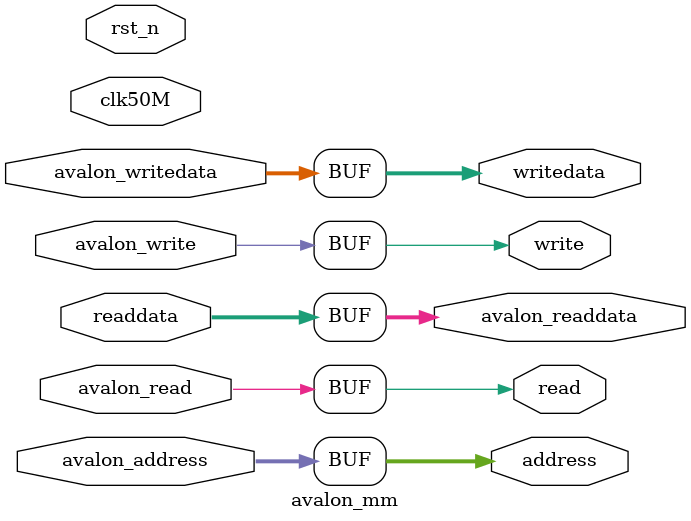
<source format=v>
module avalon_mm(input              clk50M,
                 input              rst_n,
					  input              avalon_write,
					  input              avalon_read,
					  input  [31:0]      avalon_writedata,
					  output [31:0]      avalon_readdata,
					  input [width-1:0]  avalon_address,
					  output             write,
					  output             read,
					  output [31:0]      writedata,
					  input  [31:0]      readdata,
					  output [width-1:0] address
					  ) ;
parameter width = 9;
assign avalon_readdata = readdata;
assign write           = avalon_write;
assign read            = avalon_read;
assign writedata      = avalon_writedata;
assign address         = avalon_address;
endmodule 
</source>
